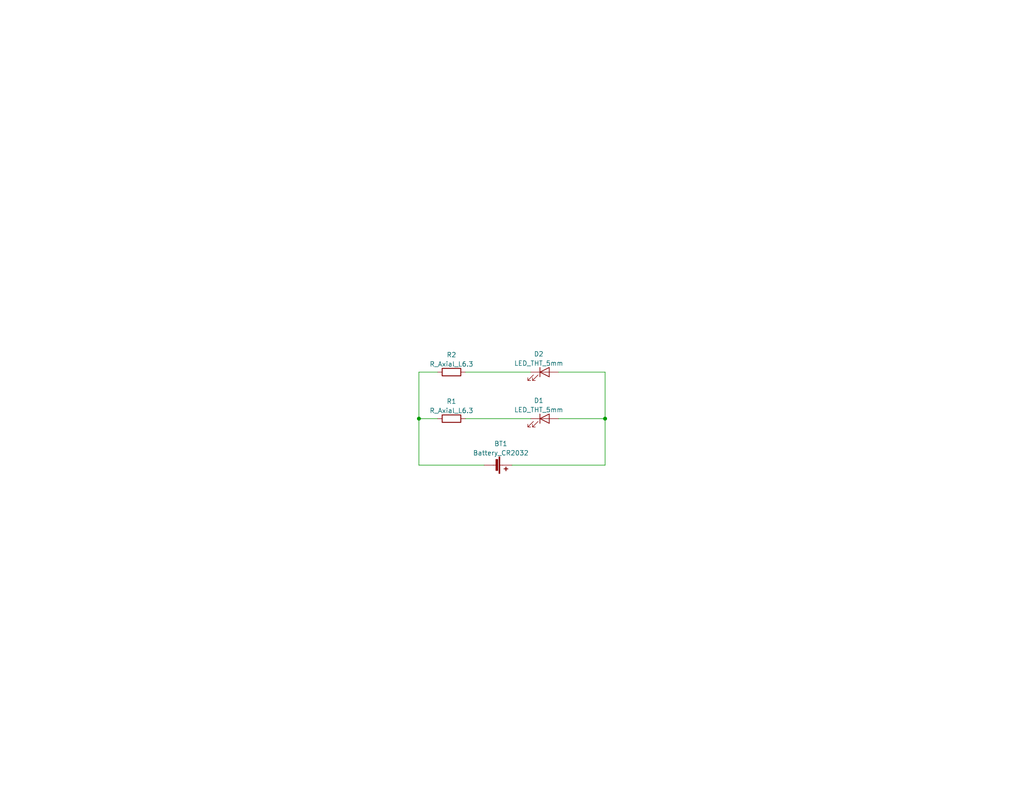
<source format=kicad_sch>
(kicad_sch (version 20211123) (generator eeschema)
  (paper "USLetter")
  (title_block (title "BSidesDFW_2023_Badge") (date "2023-09-27") (rev "1") (company "Crafted by @alt_bier a.k.a. Richard Gowen"))
  (lib_symbols
    (symbol "0_local:Battery_CR2032" (pin_numbers hide) (pin_names (offset 0) hide)
      (property "Reference" "BT" (at 2.54 2.54 0))
      (property "Value" "Battery_CR2032" (at 2.54 0 0))
      (symbol "Battery_CR2032_0_1"
        (rectangle (start -2.286 1.778) (end 2.286 1.524) (fill (type outline)))
        (rectangle (start -1.5748 1.1938) (end 1.4732 0.6858) (fill (type outline)))
        (polyline (pts (xy 0 0.762) (xy 0 0)))
        (polyline (pts (xy 0 1.778) (xy 0 2.54)))
        (polyline (pts (xy 0.508 3.429) (xy 1.524 3.429)) (stroke (width 0.254)))
        (polyline (pts (xy 1.016 3.937) (xy 1.016 2.921)) (stroke (width 0.254)))
      )
      (symbol "Battery_CR2032_1_1"
        (pin passive line (at 0 5.08 270) (length 2.54) (name "+") (number "1"))
        (pin passive line (at 0 -2.54 90) (length 2.54) (name "-") (number "2"))
      )
    )
    (symbol "0_local:LED_THT_5mm" (pin_numbers hide) (pin_names (offset 1.016) hide)
      (property "Reference" "D" (at 0 2.54 0))
      (property "Value" "LED_THT_5mm" (at 0 -3.81 0))
      (symbol "LED_THT_5mm_0_1"
        (polyline (pts (xy -1.27 -1.27) (xy -1.27 1.27)) (stroke (width 0.2032)))
        (polyline (pts (xy -1.27 0) (xy 1.27 0)))
        (polyline (pts (xy 1.27 -1.27) (xy 1.27 1.27) (xy -1.27 0) (xy 1.27 -1.27)) (stroke (width 0.2032)))
        (polyline (pts (xy -3.048 -0.762) (xy -4.572 -2.286) (xy -3.81 -2.286) (xy -4.572 -2.286) (xy -4.572 -1.524)))
        (polyline (pts (xy -1.778 -0.762) (xy -3.302 -2.286) (xy -2.54 -2.286) (xy -3.302 -2.286) (xy -3.302 -1.524)))
      )
      (symbol "LED_THT_5mm_1_1"
        (pin passive line (at -3.81 0 0) (length 2.54) (name "K") (number "1"))
        (pin passive line (at 3.81 0 180) (length 2.54) (name "A") (number "2"))
      )
    )
    (symbol "0_local:R_Axial_L6.3" (pin_numbers hide) (pin_names (offset 0))
      (property "Reference" "R" (at 2.032 0 90))
      (property "Value" "R_Axial_L6.3" (at -2.032 0 90))
      (symbol "R_Axial_L6.3_0_1"
        (rectangle (start -1.016 -2.54) (end 1.016 2.54) (stroke (width 0.254)))
      )
      (symbol "R_Axial_L6.3_1_1"
        (pin passive line (at 0 3.81 270) (length 1.27) (name "~") (number "1"))
        (pin passive line (at 0 -3.81 90) (length 1.27) (name "~") (number "2"))
      )
    )
  )
  (junction (at 114.3 114.3))
  (junction (at 165.1 114.3))
  (wire (pts (xy 114.3 101.6) (xy 114.3 114.3)))
  (wire (pts (xy 165.1 101.6) (xy 152.4 101.6)))
  (wire (pts (xy 119.38 101.6) (xy 114.3 101.6)))
  (wire (pts (xy 144.78 114.3) (xy 127 114.3)))
  (wire (pts (xy 114.3 114.3) (xy 114.3 127)))
  (wire (pts (xy 114.3 127) (xy 132.08 127)))
  (wire (pts (xy 144.78 101.6) (xy 127 101.6)))
  (wire (pts (xy 165.1 127) (xy 165.1 114.3)))
  (wire (pts (xy 165.1 114.3) (xy 152.4 114.3)))
  (wire (pts (xy 119.38 114.3) (xy 114.3 114.3)))
  (wire (pts (xy 165.1 114.3) (xy 165.1 101.6)))
  (wire (pts (xy 139.7 127) (xy 165.1 127)))
  (symbol (lib_id "0_local:LED_THT_5mm") (at 148.59 114.3 0) (unit 1)
    (property "Reference" "D1" (at 146.9898 109.3556 0))
    (property "Value" "LED_THT_5mm" (at 146.9898 111.8925 0))
    (property "Footprint" "0_local:LED_D5.0mm-2" (effects hide))
  )
  (symbol (lib_id "0_local:LED_THT_5mm") (at 148.59 101.6 0) (unit 1)
    (property "Reference" "D2" (at 146.9898 96.6556 0))
    (property "Value" "LED_THT_5mm" (at 146.9898 99.1925 0))
    (property "Footprint" "0_local:LED_D5.0mm-2" (effects hide))
  )
  (symbol (lib_id "0_local:R_Axial_L6.3") (at 123.19 101.6 270) (unit 1)
    (property "Reference" "R2" (at 123.19 96.8842 90))
    (property "Value" "R_Axial_L6.3" (at 123.19 99.4211 90))
    (property "Footprint" "0_local:R_Axial_DIN0207_L6.3mm_D2.5mm_P7.62mm_Horizontal_backsilk" (effects hide))
  )
  (symbol (lib_id "0_local:Battery_CR2032") (at 134.62 127 270) (unit 1)
    (property "Reference" "BT1" (at 136.652 121.1412 90))
    (property "Value" "Battery_CR2032" (at 136.652 123.6781 90))
    (property "Footprint" "0_local:BatteryHolder_CR2032-BS-2-1_Front_backsilk" (effects hide))
  )
  (symbol (lib_id "0_local:R_Axial_L6.3") (at 123.19 114.3 270) (unit 1)
    (property "Reference" "R1" (at 123.19 109.5842 90))
    (property "Value" "R_Axial_L6.3" (at 123.19 112.1211 90))
    (property "Footprint" "0_local:R_Axial_DIN0207_L6.3mm_D2.5mm_P7.62mm_Horizontal_backsilk" (effects hide))
  )
)
</source>
